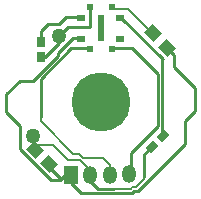
<source format=gtl>
%FSTAX23Y23*%
%MOIN*%
%SFA1B1*%

%IPPOS*%
%AMD14*
4,1,4,-0.001400,0.029000,-0.029000,0.001400,0.001400,-0.029000,0.029000,-0.001400,-0.001400,0.029000,0.0*
%
%AMD16*
4,1,4,0.022300,0.002500,0.002500,0.022300,-0.022300,-0.002500,-0.002500,-0.022300,0.022300,0.002500,0.0*
%
%ADD10R,0.020000X0.020000*%
%ADD11R,0.028000X0.020000*%
%ADD12R,0.031000X0.020000*%
%ADD13R,0.020000X0.085000*%
G04~CAMADD=14~9~0.0~0.0~390.0~430.0~0.0~0.0~0~0.0~0.0~0.0~0.0~0~0.0~0.0~0.0~0.0~0~0.0~0.0~0.0~45.0~580.0~579.0*
%ADD14D14*%
%ADD15R,0.028000X0.035000*%
G04~CAMADD=16~9~0.0~0.0~280.0~350.0~0.0~0.0~0~0.0~0.0~0.0~0.0~0~0.0~0.0~0.0~0.0~0~0.0~0.0~0.0~315.0~446.0~445.0*
%ADD16D16*%
%ADD17C,0.008000*%
%ADD18C,0.010000*%
%ADD19O,0.047000X0.059000*%
%ADD20R,0.047000X0.059000*%
%ADD21C,0.197000*%
%ADD22C,0.050000*%
%LNencoder_pcb-1*%
%LPD*%
G54D10*
X00037Y00314D03*
Y00175D03*
X-00037D03*
Y00314D03*
G54D11*
X00065Y0028D03*
G54D12*
X00065Y0021D03*
X-00066D03*
Y0028D03*
G54D13*
X0Y00245D03*
G54D14*
X-0022Y-0016D03*
X-00173Y-00207D03*
X0022Y0018D03*
X00173Y00227D03*
G54D15*
X-002Y00149D03*
Y002D03*
G54D16*
X00169Y-00151D03*
X00206Y-00114D03*
G54D17*
X-00039Y00309D02*
X-00037D01*
X0003Y-00245D02*
Y-0021D01*
X-002Y-00066D02*
Y-0005D01*
X00008Y-00188D02*
X0003Y-0021D01*
X-00035Y-00245D02*
Y-00228D01*
X-00058Y-00188D02*
X00008D01*
X-00072Y-00174D02*
X-00058Y-00188D01*
X-002Y-00066D02*
X-00092Y-00174D01*
X-00072*
X-00068Y-00195D02*
X-00035Y-00228D01*
X-0016Y-00145D02*
X-0011Y-00195D01*
X-0022Y-0016D02*
X-00205Y-00145D01*
X-0016*
X-0011Y-00195D02*
X-00068D01*
X00045Y-0029D02*
X001D01*
X00105Y-00285*
X00118*
X00145Y-00259*
Y-0025*
X0017Y00227D02*
X00173D01*
X00089Y00309D02*
X0017Y00227D01*
X00037Y00309D02*
X00089D01*
X-0004Y0031D02*
X-00039Y00309D01*
G54D18*
X-00035Y0025D02*
Y00312D01*
X-0011Y0025D02*
X-00035D01*
X00065Y00283D02*
X00206Y00142D01*
X-00235Y0007D02*
X-00225D01*
X-00142Y00153*
X0028Y-00142D02*
Y-00065D01*
X00124Y-00298D02*
X0028Y-00142D01*
X-001Y-0027D02*
X-00066Y-00304D01*
X00104*
X0011Y-00298D02*
X00124D01*
X00104Y-00304D02*
X0011Y-00298D01*
X0028Y-00065D02*
X00315Y-0003D01*
Y00045*
X00245Y00115D02*
X00315Y00045D01*
X00245Y00115D02*
Y00155D01*
X0022Y0018D02*
X00245Y00155D01*
X-001Y-0027D02*
D01*
X00103Y00177D02*
X00189Y00091D01*
X001Y-0017D02*
X00189Y-00081D01*
Y00091*
X-00142Y00153D02*
Y00162D01*
X-002Y00075D02*
X-00098Y00177D01*
X00145Y-0025D02*
Y-00175D01*
X-002Y00235D02*
X-00175Y0026D01*
X-002Y002D02*
Y00235D01*
X-0014Y00195D02*
Y0022D01*
X-00186Y00149D02*
X-0014Y00195D01*
X-002Y00149D02*
X-00186D01*
X-0014Y0022D02*
X-0011Y0025D01*
X-00142Y00162D02*
X-00093Y00212D01*
X-00066*
X-0014Y0026D02*
X-00117Y00283D01*
X-00175Y0026D02*
X-0014D01*
X-00117Y00283D02*
X-00066D01*
X00145Y-00175D02*
X00169Y-00151D01*
X-00035Y-00265D02*
X-0001Y-0029D01*
X-00035Y-00265D02*
Y-00245D01*
X00095Y-0023D02*
X001Y-00215D01*
Y-0017*
X00205Y-00115D02*
Y00141D01*
X-00173Y-00217D02*
Y-00207D01*
X-00098Y00177D02*
X-00037D01*
X00037D02*
X00103D01*
X-002Y-0005D02*
Y00075D01*
X-00173Y-00217D02*
X-00132Y-00257D01*
X-00105Y-0024D02*
X-001Y-00245D01*
X-0012D02*
X-001D01*
X-00137Y-00262D02*
X-00132Y-00257D01*
X-0012Y-00245*
X-0001Y-0029D02*
X00045D01*
X-00165Y-00262D02*
X-00137D01*
X-0027Y-00157D02*
X-00165Y-00262D01*
X-00315Y00025D02*
X-0027Y0007D01*
X-00315Y-00035D02*
Y00025D01*
X-0027Y0007D02*
X-00235D01*
X-00315Y-00035D02*
X-0027Y-0008D01*
Y-00157D02*
Y-0008D01*
G54D19*
X-00035Y-00245D03*
X00095Y-0024D03*
X0003Y-00245D03*
G54D20*
X-001Y-00245D03*
G54D21*
X0Y0D03*
G54D22*
X-00225Y-00115D03*
X-0014Y0022D03*
M02*
</source>
